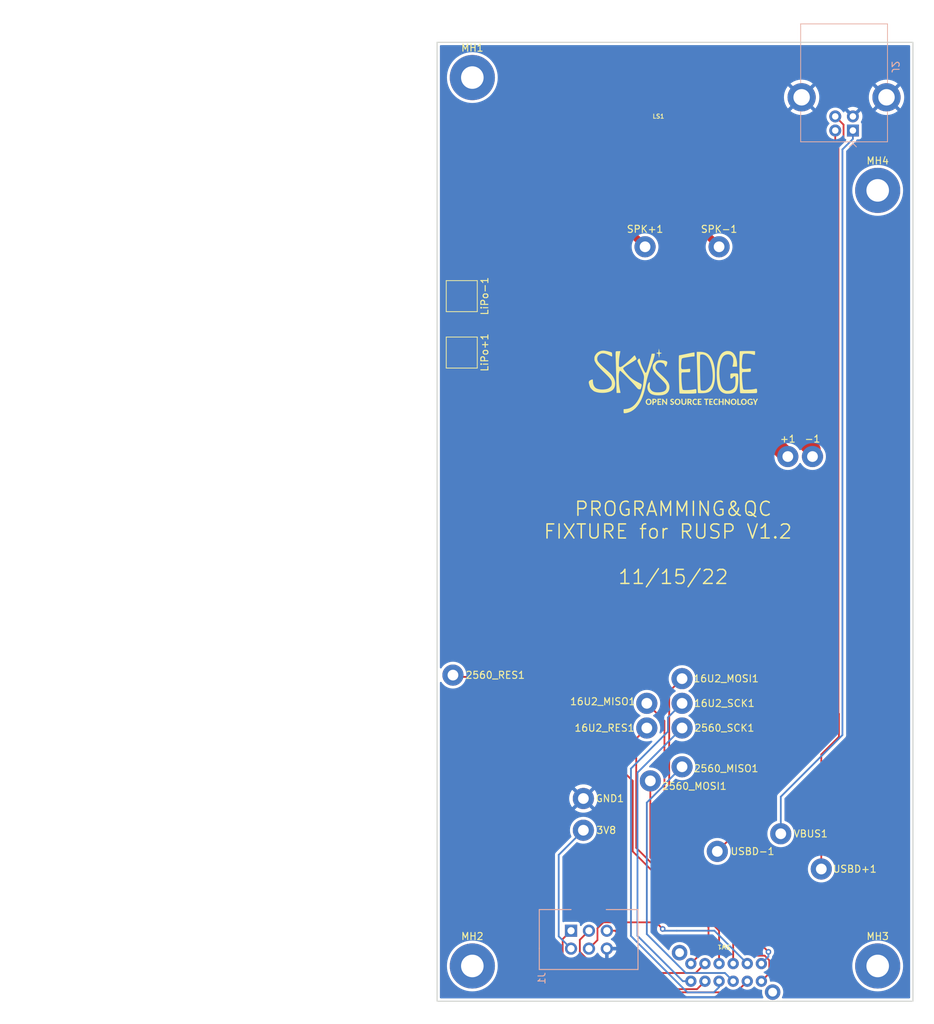
<source format=kicad_pcb>
(kicad_pcb (version 20211014) (generator pcbnew)
  (layers (0 "F.Cu" jumper "1_Top.Cu") (31 "B.Cu" signal "2_Bottom.Cu") (34 "B.Paste" user) (35 "F.Paste" user) (36 "B.SilkS" user "B.Silkscreen") (37 "F.SilkS" user "F.Silkscreen") (38 "B.Mask" user) (39 "F.Mask" user) (44 "Edge.Cuts" user))
  (net 0 "")
  (net 1 "GND")
  (net 2 "Net-(+1-Pad1)")
  (net 3 "Net-(-1-Pad1)")
  (net 4 "+3V8")
  (net 5 "/16U2_MISO")
  (net 6 "/16U2_MOSI")
  (net 7 "/16U2_RESET")
  (net 8 "/16U2_SCK")
  (net 9 "/2560_MISO")
  (net 10 "/2560_MOSI")
  (net 11 "/2560_RESET")
  (net 12 "/2560_SCK")
  (net 13 "/ICSP_RESET")
  (net 14 "/ICSP_MOSI")
  (net 15 "/ICSP_SCK")
  (net 16 "/ICSP_MISO")
  (net 17 "Net-(J2-Pad1)")
  (net 18 "Net-(J2-Pad2)")
  (net 19 "Net-(J2-Pad3)")
  (net 20 "Net-(LS1-Pad1)")
  (net 21 "Net-(LS1-Pad2)")
  (footprint "MyFootprints:TestPoint_PogoPin_PreciDip-90055-AS" (layer "F.Cu") (at 110.25 138.25)
    (fp_text reference "GND1" (at 3.75 0 unlocked) (layer "F.SilkS"))
    (fp_text value "TestPoint")
    (pad "1" thru_hole circle (at 0 0) (size 3 3) (drill 1.524) (layers *.Cu *.Mask) (net 1 "GND"))
  )
  (footprint "MyFootprints:TestPoint_PogoPin_PreciDip-90055-AS" (layer "F.Cu") (at 124.25 124.75)
    (fp_text reference "16U2_SCK1" (at 6 0 unlocked) (layer "F.SilkS"))
    (fp_text value "TestPoint")
    (pad "1" thru_hole circle (at 0 0) (size 3 3) (drill 1.524) (layers *.Cu *.Mask) (net 8 "/16U2_SCK"))
  )
  (footprint "MyFootprints:TestPoint_PogoPin_PreciDip-90055-AS" (layer "F.Cu") (at 139.25 89.75)
    (fp_text reference "+1" (at 0 -2.5 unlocked) (layer "F.SilkS"))
    (fp_text value "TestPoint")
    (pad "1" thru_hole circle (at 0 0) (size 3 3) (drill 1.524) (layers *.Cu *.Mask) (net 2 "Net-(+1-Pad1)"))
  )
  (footprint "MyFootprints:TestPoint_PogoPin_PreciDip-90055-AS" (layer "F.Cu") (at 129.25 145.75)
    (fp_text reference "USBD-1" (at 5 0 unlocked) (layer "F.SilkS"))
    (fp_text value "TestPoint")
    (pad "1" thru_hole circle (at 0 0) (size 3 3) (drill 1.524) (layers *.Cu *.Mask) (net 18 "Net-(J2-Pad2)"))
  )
  (footprint "MountingHole:MountingHole_3.2mm_M3_Pad" (layer "F.Cu") (at 152 162)
    (fp_text reference "MH3" (at 0 -4.2) (layer "F.SilkS"))
    (fp_text value "MountingHole")
    (pad "1" thru_hole circle locked (at 0 0) (size 6.4 6.4) (drill 3.2) (layers *.Cu *.Mask))
  )
  (footprint "MyFootprints:TestPoint_PogoPin_PreciDip-90055-AS" (layer "F.Cu") (at 124.25 121.25)
    (fp_text reference "16U2_MOSI1" (at 6.25 0 unlocked) (layer "F.SilkS"))
    (fp_text value "TestPoint")
    (pad "1" thru_hole circle (at 0 0) (size 3 3) (drill 1.524) (layers *.Cu *.Mask) (net 6 "/16U2_MOSI"))
  )
  (footprint "MountingHole:MountingHole_3.2mm_M3_Pad" (layer "F.Cu") (at 94.5 36)
    (fp_text reference "MH1" (at 0 -4.2) (layer "F.SilkS"))
    (fp_text value "MountingHole")
    (pad "1" thru_hole circle locked (at 0 0) (size 6.4 6.4) (drill 3.2) (layers *.Cu *.Mask))
  )
  (footprint "MyFootprints:TestPoint_PogoPin_PreciDip-90055-AS" (layer "F.Cu") (at 119.25 128.25)
    (fp_text reference "16U2_RES1" (at -6 0 unlocked) (layer "F.SilkS"))
    (fp_text value "TestPoint")
    (pad "1" thru_hole circle (at 0 0) (size 3 3) (drill 1.524) (layers *.Cu *.Mask) (net 7 "/16U2_RESET"))
  )
  (footprint "MountingHole:MountingHole_3.2mm_M3_Pad" (layer "F.Cu") (at 94.5 162)
    (fp_text reference "MH2" (at 0 -4.2) (layer "F.SilkS"))
    (fp_text value "MountingHole")
    (pad "1" thru_hole circle locked (at 0 0) (size 6.4 6.4) (drill 3.2) (layers *.Cu *.Mask))
  )
  (footprint "MyFootprints:SkysEdge24mm" (layer "F.Cu") (at 123 79)
    (fp_text reference "LOGO1" hide)
    (fp_text value "Logo1" hide)
  )
  (footprint "MyFootprints:TestPoint_PogoPin_PreciDip-90055-AS" (layer "F.Cu") (at 124.25 133.75)
    (fp_text reference "2560_MISO1" (at 6.25 0.25 unlocked) (layer "F.SilkS"))
    (fp_text value "TestPoint")
    (pad "1" thru_hole circle (at 0 0) (size 3 3) (drill 1.524) (layers *.Cu *.Mask) (net 9 "/2560_MISO"))
  )
  (footprint "MyFootprints:TestPoint_PogoPin_PreciDip-90055-AS" (layer "F.Cu") (at 91.75 120.75)
    (fp_text reference "2560_RES1" (at 6 0 unlocked) (layer "F.SilkS"))
    (fp_text value "TestPoint")
    (pad "1" thru_hole circle (at 0 0) (size 3 3) (drill 1.524) (layers *.Cu *.Mask) (net 11 "/2560_RESET"))
  )
  (footprint "MyFootprints:TestPoint_PogoPin_PreciDip-90055-AS" (layer "F.Cu") (at 124.25 128.25)
    (fp_text reference "2560_SCK1" (at 6 0 unlocked) (layer "F.SilkS"))
    (fp_text value "TestPoint")
    (pad "1" thru_hole circle (at 0 0) (size 3 3) (drill 1.524) (layers *.Cu *.Mask) (net 12 "/2560_SCK"))
  )
  (footprint "MyFootprints:Switch_4PDT_ESwitch-EG4208" (layer "F.Cu") (at 130.5 162.9125 180)
    (fp_text reference "SW1" (at 0.3 3.6 180 unlocked) (layer "F.SilkS") (effects (font (size 0.6 0.6) (thickness 0.12))))
    (fp_text value "SW_4P2T")
    (pad "" thru_hole circle (at 6.6 2.8 180) (size 2.2 2.2) (drill 1.25) (layers *.Cu *.Mask))
    (pad "" thru_hole circle (at -6.6 -2.8 180) (size 2.2 2.2) (drill 1.25) (layers *.Cu *.Mask))
    (pad "1" thru_hole circle (at -5 -1.25 180) (size 1.6 1.6) (drill 0.8) (layers *.Cu *.Mask) (net 5 "/16U2_MISO"))
    (pad "2" thru_hole circle (at -3 -1.25 180) (size 1.6 1.6) (drill 0.8) (layers *.Cu *.Mask) (net 16 "/ICSP_MISO"))
    (pad "3" thru_hole circle (at -1 -1.25 180) (size 1.6 1.6) (drill 0.8) (layers *.Cu *.Mask) (net 9 "/2560_MISO"))
    (pad "4" thru_hole circle (at 1 -1.25 180) (size 1.6 1.6) (drill 0.8) (layers *.Cu *.Mask) (net 8 "/16U2_SCK"))
    (pad "5" thru_hole circle (at 3 -1.25 180) (size 1.6 1.6) (drill 0.8) (layers *.Cu *.Mask) (net 15 "/ICSP_SCK"))
    (pad "6" thru_hole circle (at 5 -1.25 180) (size 1.6 1.6) (drill 0.8) (layers *.Cu *.Mask) (net 12 "/2560_SCK"))
    (pad "7" thru_hole circle (at -5 1.25 180) (size 1.6 1.6) (drill 0.8) (layers *.Cu *.Mask) (net 6 "/16U2_MOSI"))
    (pad "8" thru_hole circle (at -3 1.25 180) (size 1.6 1.6) (drill 0.8) (layers *.Cu *.Mask) (net 14 "/ICSP_MOSI"))
    (pad "9" thru_hole circle (at -1 1.25 180) (size 1.6 1.6) (drill 0.8) (layers *.Cu *.Mask) (net 10 "/2560_MOSI"))
    (pad "10" thru_hole circle (at 1 1.25 180) (size 1.6 1.6) (drill 0.8) (layers *.Cu *.Mask) (net 7 "/16U2_RESET"))
    (pad "11" thru_hole circle (at 3 1.25 270) (size 1.6 1.6) (drill 0.8) (layers *.Cu *.Mask) (net 13 "/ICSP_RESET"))
    (pad "12" thru_hole circle (at 5 1.25 180) (size 1.6 1.6) (drill 0.8) (layers *.Cu *.Mask) (net 11 "/2560_RESET"))
  )
  (footprint "MyFootprints:TestPoint_PogoPin_PreciDip-90055-AS" (layer "F.Cu") (at 144 148.25)
    (fp_text reference "USBD+1" (at 4.75 0 unlocked) (layer "F.SilkS"))
    (fp_text value "TestPoint")
    (pad "1" thru_hole circle (at 0 0) (size 3 3) (drill 1.524) (layers *.Cu *.Mask) (net 19 "Net-(J2-Pad3)"))
  )
  (footprint "TestPoint:TestPoint_Pad_4.0x4.0mm" (layer "F.Cu") (at 93 67 -90)
    (fp_text reference "LiPo-1" (at 0 -3.25 90) (layer "F.SilkS"))
    (fp_text value "TestPoint")
    (pad "1" smd rect locked (at 0 0 270) (size 4 4) (layers "F.Cu" "F.Mask") (net 3 "Net-(-1-Pad1)"))
  )
  (footprint "MyFootprints:TestPoint_PogoPin_PreciDip-90055-AS" (layer "F.Cu") (at 119.25 124.75)
    (fp_text reference "16U2_MISO1" (at -6.25 -0.25 unlocked) (layer "F.SilkS"))
    (fp_text value "TestPoint")
    (pad "1" thru_hole circle (at 0 0) (size 3 3) (drill 1.524) (layers *.Cu *.Mask) (net 5 "/16U2_MISO"))
  )
  (footprint "MountingHole:MountingHole_3.2mm_M3_Pad" (layer "F.Cu") (at 152 52)
    (fp_text reference "MH4" (at 0 -4.2) (layer "F.SilkS"))
    (fp_text value "MountingHole")
    (pad "1" thru_hole circle locked (at 0 0) (size 6.4 6.4) (drill 3.2) (layers *.Cu *.Mask))
  )
  (footprint "MyFootprints:TestPoint_PogoPin_PreciDip-90055-AS" (layer "F.Cu") (at 129.5 60)
    (fp_text reference "SPK-1" (at 0 -2.5 unlocked) (layer "F.SilkS"))
    (fp_text value "TestPoint")
    (pad "1" thru_hole circle (at 0 0) (size 3 3) (drill 1.524) (layers *.Cu *.Mask) (net 21 "Net-(LS1-Pad2)"))
  )
  (footprint "MyFootprints:TestPoint_PogoPin_PreciDip-90055-AS" (layer "F.Cu") (at 119.75 135.75)
    (fp_text reference "2560_MOSI1" (at 6.25 0.75 unlocked) (layer "F.SilkS"))
    (fp_text value "TestPoint")
    (pad "1" thru_hole circle (at 0 0) (size 3 3) (drill 1.524) (layers *.Cu *.Mask) (net 10 "/2560_MOSI"))
  )
  (footprint "MyFootprints:TestPoint_PogoPin_PreciDip-90055-AS" (layer "F.Cu") (at 119 60)
    (fp_text reference "SPK+1" (at 0 -2.5 unlocked) (layer "F.SilkS"))
    (fp_text value "TestPoint")
    (pad "1" thru_hole circle (at 0 0) (size 3 3) (drill 1.524) (layers *.Cu *.Mask) (net 20 "Net-(LS1-Pad1)"))
  )
  (footprint "MyFootprints:Speaker_PUI_AR01232MS-SC12-WP-R" (layer "F.Cu") (at 116 42)
    (fp_text reference "LS1" (at 4.9 -0.5 unlocked) (layer "F.SilkS") (effects (font (size 0.6 0.6) (thickness 0.12))))
    (fp_text value "Speaker" hide)
    (pad "1" smd rect (at -5.375 2.25) (size 1.5 3) (layers "F.Cu" "F.Mask") (net 20 "Net-(LS1-Pad1)"))
    (pad "2" smd rect (at 5.375 2.25) (size 1.5 3) (layers "F.Cu" "F.Mask") (net 21 "Net-(LS1-Pad2)"))
  )
  (footprint "TestPoint:TestPoint_Pad_4.0x4.0mm" (layer "F.Cu") (at 93 75 -90)
    (fp_text reference "LiPo+1" (at 0 -3.25 90) (layer "F.SilkS"))
    (fp_text value "TestPoint")
    (pad "1" smd rect locked (at 0 0 270) (size 4 4) (layers "F.Cu" "F.Mask") (net 2 "Net-(+1-Pad1)"))
  )
  (footprint "MyFootprints:TestPoint_PogoPin_PreciDip-90055-AS" (layer "F.Cu") (at 138.25 143.25)
    (fp_text reference "VBUS1" (at 4.25 0 unlocked) (layer "F.SilkS"))
    (fp_text value "TestPoint")
    (pad "1" thru_hole circle (at 0 0) (size 3 3) (drill 1.524) (layers *.Cu *.Mask) (net 17 "Net-(J2-Pad1)"))
  )
  (footprint "MyFootprints:TestPoint_PogoPin_PreciDip-90055-AS" (layer "F.Cu") (at 110.25 142.75)
    (fp_text reference "3V8" (at 3.25 0 unlocked) (layer "F.SilkS"))
    (fp_text value "TestPoint")
    (pad "1" thru_hole circle (at 0 0) (size 3 3) (drill 1.524) (layers *.Cu *.Mask) (net 4 "+3V8"))
  )
  (footprint "MyFootprints:TestPoint_PogoPin_PreciDip-90055-AS" (layer "F.Cu") (at 142.75 89.75)
    (fp_text reference "-1" (at 0 -2.5 unlocked) (layer "F.SilkS"))
    (fp_text value "TestPoint")
    (pad "1" thru_hole circle (at 0 0) (size 3 3) (drill 1.524) (layers *.Cu *.Mask) (net 3 "Net-(-1-Pad1)"))
  )
  (footprint "MyFootprints:ICSP_Header" (layer "B.Cu") (at 111 157 -90)
    (fp_text reference "J1" (at 6.75 6.65 90) (layer "B.SilkS") (effects (justify mirror)))
    (fp_text value "ICSP" hide)
    (pad "1" thru_hole rect (at 0 2.5 270) (size 1.7272 1.7272) (drill 1.016) (layers *.Cu *.Mask) (net 16 "/ICSP_MISO"))
    (pad "2" thru_hole oval (at 2.54 2.5 270) (size 1.7272 1.7272) (drill 1.016) (layers *.Cu *.Mask) (net 4 "+3V8"))
    (pad "3" thru_hole oval (at 0 -0.04 270) (size 1.7272 1.7272) (drill 1.016) (layers *.Cu *.Mask) (net 15 "/ICSP_SCK"))
    (pad "4" thru_hole oval (at 2.54 -0.04 270) (size 1.7272 1.7272) (drill 1.016) (layers *.Cu *.Mask) (net 14 "/ICSP_MOSI"))
    (pad "5" thru_hole oval (at 0 -2.58 270) (size 1.7272 1.7272) (drill 1.016) (layers *.Cu *.Mask) (net 13 "/ICSP_RESET"))
    (pad "6" thru_hole oval (at 2.54 -2.58 270) (size 1.7272 1.7272) (drill 1.016) (layers *.Cu *.Mask) (net 1 "GND"))
  )
  (footprint "MyFootprints:USB-B_Amphenol-UE27BC54130" (layer "B.Cu") (at 147.5 37 90)
    (fp_text reference "J2" (at 2.5 7 270 unlocked) (layer "B.SilkS") (effects (justify mirror)))
    (fp_text value "USB_B")
    (pad "1" thru_hole rect (at -6.51 0.98 90) (size 1.7 1.7) (drill 0.92) (layers *.Cu *.Mask) (net 17 "Net-(J2-Pad1)"))
    (pad "2" thru_hole circle (at -6.51 -1.52 90) (size 1.7 1.7) (drill 0.92) (layers *.Cu *.Mask) (net 18 "Net-(J2-Pad2)"))
    (pad "3" thru_hole circle (at -4.51 -1.52 90) (size 1.7 1.7) (drill 0.92) (layers *.Cu *.Mask) (net 19 "Net-(J2-Pad3)"))
    (pad "4" thru_hole circle (at -4.51 0.98 90) (size 1.7 1.7) (drill 0.92) (layers *.Cu *.Mask) (net 1 "GND"))
    (pad "5" thru_hole circle (at -1.8 5.75 90) (size 4 4) (drill 2.33) (layers *.Cu *.Mask) (net 1 "GND"))
    (pad "5" thru_hole circle (at -1.8 -6.29 90) (size 4 4) (drill 2.33) (layers *.Cu *.Mask) (net 1 "GND"))
  )
  (gr_rect (start 157 167) (end 89.5 31) (layer "Edge.Cuts") (width 0.15) (fill none))
  (gr_text "PROGRAMMING&QC\nFIXTURE for RUSP V1.2 \n\n11/15/22" (at 123 102) (layer "F.SilkS") (effects (font (size 2 2) (thickness 0.2))))
  (segment (start 93 75) (end 124.5 75) (width 2.3) (layer "F.Cu") (net 2))
  (segment (start 124.5 75) (end 139.25 89.75) (width 2.3) (layer "F.Cu") (net 2))
  (segment (start 142.75 88.75) (end 125 71) (width 2.3) (layer "F.Cu") (net 3))
  (segment (start 125 71) (end 97 71) (width 2.3) (layer "F.Cu") (net 3))
  (segment (start 97 71) (end 93 67) (width 2.3) (layer "F.Cu") (net 3))
  (segment (start 142.75 89.75) (end 142.75 88.75) (width 2.3) (layer "F.Cu") (net 3))
  (segment (start 106.75 146.25) (end 110.25 142.75) (width 0.25) (layer "B.Cu") (net 4))
  (segment (start 106.75 157.79) (end 106.75 146.25) (width 0.25) (layer "B.Cu") (net 4))
  (segment (start 108.5 159.54) (end 106.75 157.79) (width 0.25) (layer "B.Cu") (net 4))
  (segment (start 121.75 127.25) (end 121.75 147.75) (width 0.25) (layer "F.Cu") (net 5))
  (segment (start 134.537989 160.537989) (end 135.965789 160.537989) (width 0.25) (layer "F.Cu") (net 5))
  (segment (start 135.965789 160.537989) (end 136.624511 161.196711) (width 0.25) (layer "F.Cu") (net 5))
  (segment (start 136.624511 161.196711) (end 136.624511 163.037989) (width 0.25) (layer "F.Cu") (net 5))
  (segment (start 119.25 124.75) (end 121.75 127.25) (width 0.25) (layer "F.Cu") (net 5))
  (segment (start 121.75 147.75) (end 134.537989 160.537989) (width 0.25) (layer "F.Cu") (net 5))
  (segment (start 136.624511 163.037989) (end 135.5 164.1625) (width 0.25) (layer "F.Cu") (net 5))
  (segment (start 133.635718 159) (end 122.425489 147.789771) (width 0.25) (layer "F.Cu") (net 6))
  (segment (start 136.5 160) (end 135.5 159) (width 0.25) (layer "F.Cu") (net 6))
  (segment (start 122.425489 123.074511) (end 124.25 121.25) (width 0.25) (layer "F.Cu") (net 6))
  (segment (start 122.425489 147.789771) (end 122.425489 123.074511) (width 0.25) (layer "F.Cu") (net 6))
  (segment (start 135.5 159) (end 133.635718 159) (width 0.25) (layer "F.Cu") (net 6))
  (via (at 136.5 160) (size 0.8) (drill 0.4) (layers "F.Cu" "B.Cu") (net 6))
  (segment (start 136.5 160.6625) (end 135.5 161.6625) (width 0.25) (layer "B.Cu") (net 6))
  (segment (start 136.5 160) (end 136.5 160.6625) (width 0.25) (layer "B.Cu") (net 6))
  (segment (start 117.75 129.75) (end 117.75 145.25) (width 0.25) (layer "F.Cu") (net 7))
  (segment (start 119.25 128.25) (end 117.75 129.75) (width 0.25) (layer "F.Cu") (net 7))
  (segment (start 129.5 157) (end 129.5 161.6625) (width 0.25) (layer "F.Cu") (net 7))
  (segment (start 117.75 145.25) (end 129.5 157) (width 0.25) (layer "F.Cu") (net 7))
  (segment (start 124.25 124.75) (end 122.25 126.75) (width 0.25) (layer "B.Cu") (net 8))
  (segment (start 128.75 165.75) (end 129.5 165) (width 0.25) (layer "B.Cu") (net 8))
  (segment (start 129.5 165) (end 129.5 164.1625) (width 0.25) (layer "B.Cu") (net 8))
  (segment (start 117 134) (end 117 157.75) (width 0.25) (layer "B.Cu") (net 8))
  (segment (start 122.25 126.75) (end 122.25 128.75) (width 0.25) (layer "B.Cu") (net 8))
  (segment (start 122.25 128.75) (end 117 134) (width 0.25) (layer "B.Cu") (net 8))
  (segment (start 125 165.75) (end 128.75 165.75) (width 0.25) (layer "B.Cu") (net 8))
  (segment (start 117 157.75) (end 125 165.75) (width 0.25) (layer "B.Cu") (net 8))
  (segment (start 121.574511 136.425489) (end 121.574511 136.505738) (width 0.25) (layer "B.Cu") (net 9))
  (segment (start 119.25 138.830249) (end 119.25 157.477064) (width 0.25) (layer "B.Cu") (net 9))
  (segment (start 130.3375 163) (end 131.5 164.1625) (width 0.25) (layer "B.Cu") (net 9))
  (segment (start 121.574511 136.505738) (end 119.25 138.830249) (width 0.25) (layer "B.Cu") (net 9))
  (segment (start 124.25 133.75) (end 121.574511 136.425489) (width 0.25) (layer "B.Cu") (net 9))
  (segment (start 124.772936 163) (end 130.3375 163) (width 0.25) (layer "B.Cu") (net 9))
  (segment (start 119.25 157.477064) (end 124.772936 163) (width 0.25) (layer "B.Cu") (net 9))
  (segment (start 119.75 135.75) (end 119.75 146.614282) (width 0.25) (layer "F.Cu") (net 10))
  (segment (start 131.5 158.364282) (end 131.5 161.6625) (width 0.25) (layer "F.Cu") (net 10))
  (segment (start 119.75 146.614282) (end 131.5 158.364282) (width 0.25) (layer "F.Cu") (net 10))
  (segment (start 117.25 135.75) (end 117.25 145.75) (width 0.25) (layer "F.Cu") (net 11))
  (segment (start 128 156.5) (end 128 159.1625) (width 0.25) (layer "F.Cu") (net 11))
  (segment (start 102.5 121) (end 117.25 135.75) (width 0.25) (layer "F.Cu") (net 11))
  (segment (start 117.25 145.75) (end 128 156.5) (width 0.25) (layer "F.Cu") (net 11))
  (segment (start 128 159.1625) (end 125.5 161.6625) (width 0.25) (layer "F.Cu") (net 11))
  (segment (start 92 121) (end 102.5 121) (width 0.25) (layer "F.Cu") (net 11))
  (segment (start 124.25 128.25) (end 117.925489 134.574511) (width 0.25) (layer "B.Cu") (net 12))
  (segment (start 117.925489 134.574511) (end 117.925489 157.719359) (width 0.25) (layer "B.Cu") (net 12))
  (segment (start 124.36863 164.1625) (end 125.5 164.1625) (width 0.25) (layer "B.Cu") (net 12))
  (segment (start 117.925489 157.719359) (end 124.36863 164.1625) (width 0.25) (layer "B.Cu") (net 12))
  (segment (start 127.5 161.6625) (end 126.1625 163) (width 0.25) (layer "F.Cu") (net 13))
  (segment (start 120.75 163) (end 114.75 157) (width 0.25) (layer "F.Cu") (net 13))
  (segment (start 114.75 157) (end 113.58 157) (width 0.25) (layer "F.Cu") (net 13))
  (segment (start 126.1625 163) (end 120.75 163) (width 0.25) (layer "F.Cu") (net 13))
  (segment (start 113.087867 155.811889) (end 112.25 156.649756) (width 0.25) (layer "F.Cu") (net 14))
  (segment (start 120.561889 155.811889) (end 113.087867 155.811889) (width 0.25) (layer "F.Cu") (net 14))
  (segment (start 112.25 156.649756) (end 112.25 158.33) (width 0.25) (layer "F.Cu") (net 14))
  (segment (start 121.5 156.75) (end 120.561889 155.811889) (width 0.25) (layer "F.Cu") (net 14))
  (segment (start 112.25 158.33) (end 111.04 159.54) (width 0.25) (layer "F.Cu") (net 14))
  (via (at 121.5 156.75) (size 0.8) (drill 0.4) (layers "F.Cu" "B.Cu") (net 14))
  (segment (start 133.5 161.6625) (end 128.8375 157) (width 0.25) (layer "B.Cu") (net 14))
  (segment (start 121.75 157) (end 121.5 156.75) (width 0.25) (layer "B.Cu") (net 14))
  (segment (start 123.5 157) (end 121.75 157) (width 0.25) (layer "B.Cu") (net 14))
  (segment (start 128.8375 157) (end 123.5 157) (width 0.25) (layer "B.Cu") (net 14))
  (segment (start 109.75 158.29) (end 111.04 157) (width 0.25) (layer "F.Cu") (net 15))
  (segment (start 109.75 160) (end 109.75 158.29) (width 0.25) (layer "F.Cu") (net 15))
  (segment (start 126.375489 165.287011) (end 115.037011 165.287011) (width 0.25) (layer "F.Cu") (net 15))
  (segment (start 127.5 164.1625) (end 126.375489 165.287011) (width 0.25) (layer "F.Cu") (net 15))
  (segment (start 115.037011 165.287011) (end 109.75 160) (width 0.25) (layer "F.Cu") (net 15))
  (segment (start 107.311889 158.188111) (end 108.5 157) (width 0.25) (layer "F.Cu") (net 16))
  (segment (start 107.311889 160.311889) (end 107.311889 158.188111) (width 0.25) (layer "F.Cu") (net 16))
  (segment (start 131.925969 165.736531) (end 112.736531 165.736531) (width 0.25) (layer "F.Cu") (net 16))
  (segment (start 133.5 164.1625) (end 131.925969 165.736531) (width 0.25) (layer "F.Cu") (net 16))
  (segment (start 112.736531 165.736531) (end 107.311889 160.311889) (width 0.25) (layer "F.Cu") (net 16))
  (segment (start 138.25 138) (end 147 129.25) (width 0.25) (layer "B.Cu") (net 17))
  (segment (start 147 129.25) (end 147 46.19101) (width 0.25) (layer "B.Cu") (net 17))
  (segment (start 148.48 44.71101) (end 148.48 43.51) (width 0.25) (layer "B.Cu") (net 17))
  (segment (start 147 46.19101) (end 148.48 44.71101) (width 0.25) (layer "B.Cu") (net 17))
  (segment (start 138.25 143.25) (end 138.25 138) (width 0.25) (layer "B.Cu") (net 17))
  (segment (start 145.98 129.02) (end 129.25 145.75) (width 0.25) (layer "F.Cu") (net 18))
  (segment (start 145.98 43.51) (end 145.98 129.02) (width 0.25) (layer "F.Cu") (net 18))
  (segment (start 146.5 129.5) (end 146.5 126.25) (width 0.25) (layer "F.Cu") (net 19))
  (segment (start 144 148.25) (end 144 132) (width 0.25) (layer "F.Cu") (net 19))
  (segment (start 146.42952 126.17952) (end 146.42952 45.5) (width 0.25) (layer "F.Cu") (net 19))
  (segment (start 146.5 126.25) (end 146.42952 126.17952) (width 0.25) (layer "F.Cu") (net 19))
  (segment (start 147.154511 42.684511) (end 145.98 41.51) (width 0.25) (layer "F.Cu") (net 19))
  (segment (start 146.42952 45.5) (end 147.154511 44.775009) (width 0.25) (layer "F.Cu") (net 19))
  (segment (start 147.154511 44.775009) (end 147.154511 42.684511) (width 0.25) (layer "F.Cu") (net 19))
  (segment (start 144 132) (end 146.5 129.5) (width 0.25) (layer "F.Cu") (net 19))
  (segment (start 119 60) (end 110.625 51.625) (width 1) (layer "F.Cu") (net 20))
  (segment (start 110.625 51.625) (end 110.625 44.25) (width 1) (layer "F.Cu") (net 20))
  (segment (start 121.375 44.25) (end 121.375 51.875) (width 1) (layer "F.Cu") (net 21))
  (segment (start 121.375 51.875) (end 129.5 60) (width 1) (layer "F.Cu") (net 21))
  (zone (net 1) (net_name "GND") (layer "B.Cu") (connect_pads (clearance 0.4)) (min_thickness 0.254) (fill yes (thermal_gap 0.508) (thermal_bridge_width 0.508))
    (polygon (pts (xy 160 170) (xy 87.5 170) (xy 87.5 25) (xy 160 25)))
  )
)
</source>
